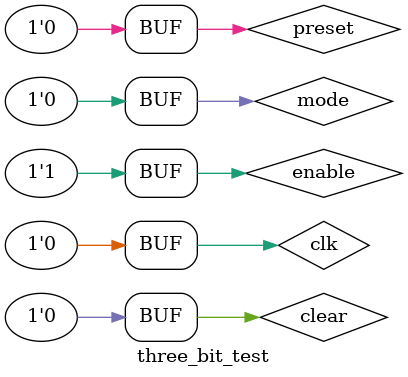
<source format=v>
`timescale 1ns / 1ps


module three_bit_test;

	// Inputs
	reg enable;
	reg mode;
	reg clk;
	reg clear;
	reg preset;

	// Outputs
	wire [2:0] out;

	// Instantiate the Unit Under Test (UUT)
	three_bit_counter uut (
		.enable(enable), 
		.mode(mode), 
		.clk(clk), 
		.clear(clear),
		.preset(preset),
		.out(out)
	);

	initial begin
		// Initialize Inputs
		enable = 1;
		mode = 0;
		clear = 0;
		preset = 1;
		#100;
		preset = 0;
        
		// Add stimulus here

	end
	
	initial begin
	
		clk = 0;

		repeat(100) #50 clk = ~clk;
	
	end
	
      
endmodule


</source>
